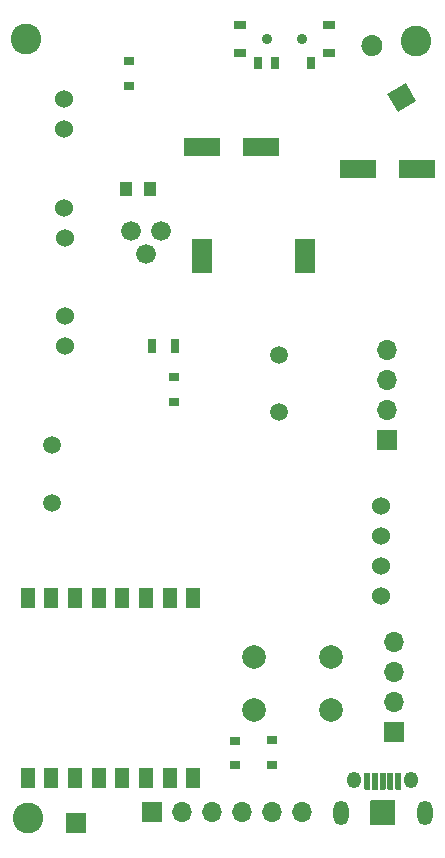
<source format=gts>
G04 #@! TF.GenerationSoftware,KiCad,Pcbnew,5.1.7-a382d34a8~88~ubuntu18.04.1*
G04 #@! TF.CreationDate,2021-07-23T00:29:16+05:30*
G04 #@! TF.ProjectId,Sensor_PCB_v6,53656e73-6f72-45f5-9043-425f76362e6b,rev?*
G04 #@! TF.SameCoordinates,Original*
G04 #@! TF.FileFunction,Soldermask,Top*
G04 #@! TF.FilePolarity,Negative*
%FSLAX46Y46*%
G04 Gerber Fmt 4.6, Leading zero omitted, Abs format (unit mm)*
G04 Created by KiCad (PCBNEW 5.1.7-a382d34a8~88~ubuntu18.04.1) date 2021-07-23 00:29:16*
%MOMM*%
%LPD*%
G01*
G04 APERTURE LIST*
%ADD10C,2.600000*%
%ADD11C,1.676400*%
%ADD12C,1.524000*%
%ADD13R,1.750000X3.000000*%
%ADD14R,3.110000X1.580000*%
%ADD15O,1.300000X2.100000*%
%ADD16O,1.200000X1.400000*%
%ADD17R,1.700000X1.700000*%
%ADD18O,1.700000X1.700000*%
%ADD19R,1.000000X0.800000*%
%ADD20R,0.700000X1.100000*%
%ADD21C,0.900000*%
%ADD22R,0.900000X0.800000*%
%ADD23R,1.200000X1.700000*%
%ADD24C,0.100000*%
%ADD25C,1.500000*%
%ADD26C,2.000000*%
%ADD27R,1.000000X1.250000*%
%ADD28R,0.700000X1.300000*%
G04 APERTURE END LIST*
D10*
X25234900Y-87208400D03*
X58097400Y-21376600D03*
X25044400Y-21211500D03*
D11*
X33924200Y-37513300D03*
X35194200Y-39418300D03*
X36464200Y-37513300D03*
D12*
X28323900Y-44656100D03*
X28333900Y-47196100D03*
D13*
X48665400Y-39593700D03*
X39965400Y-39593700D03*
D14*
X44963700Y-30358100D03*
X39963700Y-30358100D03*
D15*
X51677600Y-86741000D03*
G36*
G01*
X54202600Y-87741000D02*
X54202600Y-85741000D01*
G75*
G02*
X54252600Y-85691000I50000J0D01*
G01*
X56252600Y-85691000D01*
G75*
G02*
X56302600Y-85741000I0J-50000D01*
G01*
X56302600Y-87741000D01*
G75*
G02*
X56252600Y-87791000I-50000J0D01*
G01*
X54252600Y-87791000D01*
G75*
G02*
X54202600Y-87741000I0J50000D01*
G01*
G37*
X58827600Y-86741000D03*
G36*
G01*
X53702600Y-84741000D02*
X53702600Y-83391000D01*
G75*
G02*
X53752600Y-83341000I50000J0D01*
G01*
X54152600Y-83341000D01*
G75*
G02*
X54202600Y-83391000I0J-50000D01*
G01*
X54202600Y-84741000D01*
G75*
G02*
X54152600Y-84791000I-50000J0D01*
G01*
X53752600Y-84791000D01*
G75*
G02*
X53702600Y-84741000I0J50000D01*
G01*
G37*
G36*
G01*
X54352600Y-84741000D02*
X54352600Y-83391000D01*
G75*
G02*
X54402600Y-83341000I50000J0D01*
G01*
X54802600Y-83341000D01*
G75*
G02*
X54852600Y-83391000I0J-50000D01*
G01*
X54852600Y-84741000D01*
G75*
G02*
X54802600Y-84791000I-50000J0D01*
G01*
X54402600Y-84791000D01*
G75*
G02*
X54352600Y-84741000I0J50000D01*
G01*
G37*
G36*
G01*
X55002600Y-84741000D02*
X55002600Y-83391000D01*
G75*
G02*
X55052600Y-83341000I50000J0D01*
G01*
X55452600Y-83341000D01*
G75*
G02*
X55502600Y-83391000I0J-50000D01*
G01*
X55502600Y-84741000D01*
G75*
G02*
X55452600Y-84791000I-50000J0D01*
G01*
X55052600Y-84791000D01*
G75*
G02*
X55002600Y-84741000I0J50000D01*
G01*
G37*
G36*
G01*
X55652600Y-84741000D02*
X55652600Y-83391000D01*
G75*
G02*
X55702600Y-83341000I50000J0D01*
G01*
X56102600Y-83341000D01*
G75*
G02*
X56152600Y-83391000I0J-50000D01*
G01*
X56152600Y-84741000D01*
G75*
G02*
X56102600Y-84791000I-50000J0D01*
G01*
X55702600Y-84791000D01*
G75*
G02*
X55652600Y-84741000I0J50000D01*
G01*
G37*
G36*
G01*
X56302600Y-84741000D02*
X56302600Y-83391000D01*
G75*
G02*
X56352600Y-83341000I50000J0D01*
G01*
X56752600Y-83341000D01*
G75*
G02*
X56802600Y-83391000I0J-50000D01*
G01*
X56802600Y-84741000D01*
G75*
G02*
X56752600Y-84791000I-50000J0D01*
G01*
X56352600Y-84791000D01*
G75*
G02*
X56302600Y-84741000I0J50000D01*
G01*
G37*
D16*
X52827600Y-83991000D03*
X57677600Y-83991000D03*
D12*
X28224800Y-26324900D03*
X28234800Y-28864900D03*
X28298500Y-35557800D03*
X28308500Y-38097800D03*
X55107500Y-60744100D03*
X55107500Y-63284100D03*
X55107500Y-65824100D03*
X55107500Y-68364100D03*
D17*
X35679400Y-86669900D03*
D18*
X38219400Y-86669900D03*
X40759400Y-86669900D03*
X43299400Y-86669900D03*
X45839400Y-86669900D03*
X48379400Y-86669900D03*
D19*
X43166300Y-20079300D03*
X43166300Y-22379300D03*
X50666300Y-20079300D03*
X50666300Y-22379300D03*
D20*
X44666300Y-23279300D03*
X46166300Y-23279300D03*
X49166300Y-23279300D03*
D21*
X45416300Y-21229300D03*
X48416300Y-21229300D03*
D22*
X37541200Y-49833800D03*
X37541200Y-51933800D03*
D17*
X56200000Y-79926200D03*
D18*
X56200000Y-77386200D03*
X56200000Y-74846200D03*
X56200000Y-72306200D03*
D23*
X25204700Y-68526400D03*
X27204700Y-68526400D03*
X29204700Y-68526400D03*
X31204700Y-68526400D03*
X33204700Y-68526400D03*
X35204700Y-68526400D03*
X37204700Y-68526400D03*
X39204700Y-68526400D03*
X39204700Y-83756400D03*
X37204700Y-83756400D03*
X35204700Y-83756400D03*
X33204700Y-83756400D03*
X31204700Y-83756400D03*
X29204700Y-83756400D03*
X27204700Y-83756400D03*
X25204700Y-83756400D03*
D17*
X29255700Y-87609700D03*
X55587900Y-55179000D03*
D18*
X55587900Y-52639000D03*
X55587900Y-50099000D03*
X55587900Y-47559000D03*
D22*
X33733700Y-23085100D03*
X33733700Y-25185100D03*
G36*
G01*
X54785700Y-22567414D02*
X54785700Y-22567414D01*
G75*
G02*
X53556277Y-22237991I-450000J779423D01*
G01*
X53556277Y-22237991D01*
G75*
G02*
X53885700Y-21008568I779423J450000D01*
G01*
X53885700Y-21008568D01*
G75*
G02*
X55115123Y-21337991I450000J-779423D01*
G01*
X55115123Y-21337991D01*
G75*
G02*
X54785700Y-22567414I-779423J-450000D01*
G01*
G37*
D24*
G36*
X58105123Y-26516823D02*
G01*
X56546277Y-27416823D01*
X55646277Y-25857977D01*
X57205123Y-24957977D01*
X58105123Y-26516823D01*
G37*
D25*
X46454100Y-52830100D03*
X46454100Y-47950100D03*
X27223700Y-55598100D03*
X27223700Y-60478100D03*
D26*
X44371100Y-78079600D03*
X44371100Y-73579600D03*
X50871100Y-78079600D03*
X50871100Y-73579600D03*
D14*
X58120900Y-32250400D03*
X53120900Y-32250400D03*
D27*
X33536400Y-33967400D03*
X35536400Y-33967400D03*
D22*
X45885100Y-82721200D03*
X45885100Y-80621200D03*
X42707600Y-80636400D03*
X42707600Y-82736400D03*
D28*
X37625000Y-47246500D03*
X35725000Y-47246500D03*
M02*

</source>
